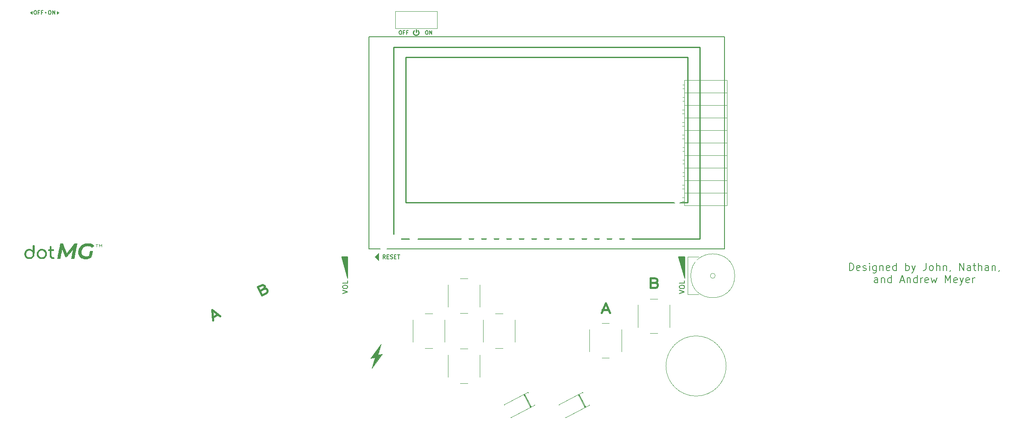
<source format=gbr>
G04 #@! TF.GenerationSoftware,KiCad,Pcbnew,(5.1.9-0-10_14)*
G04 #@! TF.CreationDate,2021-07-12T01:18:58-07:00*
G04 #@! TF.ProjectId,system,73797374-656d-42e6-9b69-6361645f7063,1.0-dev6*
G04 #@! TF.SameCoordinates,Original*
G04 #@! TF.FileFunction,Legend,Top*
G04 #@! TF.FilePolarity,Positive*
%FSLAX46Y46*%
G04 Gerber Fmt 4.6, Leading zero omitted, Abs format (unit mm)*
G04 Created by KiCad (PCBNEW (5.1.9-0-10_14)) date 2021-07-12 01:18:58*
%MOMM*%
%LPD*%
G01*
G04 APERTURE LIST*
%ADD10C,0.381000*%
%ADD11C,0.203200*%
%ADD12C,0.250000*%
%ADD13C,0.100000*%
%ADD14C,0.177800*%
%ADD15C,0.254000*%
%ADD16C,0.010000*%
%ADD17C,0.120000*%
%ADD18C,0.150000*%
%ADD19C,0.114300*%
%ADD20C,0.300000*%
%ADD21O,1.801600X1.801600*%
%ADD22C,1.801600*%
%ADD23C,1.851600*%
%ADD24C,2.101600*%
%ADD25C,3.851600*%
%ADD26C,1.401600*%
%ADD27C,0.609600*%
%ADD28C,5.501599*%
%ADD29C,5.501600*%
%ADD30C,1.701600*%
%ADD31O,1.701600X1.701600*%
%ADD32C,1.625600*%
%ADD33C,2.201600*%
G04 APERTURE END LIST*
D10*
X161562428Y-123307928D02*
X161925285Y-123398642D01*
X162046238Y-123489357D01*
X162167190Y-123670785D01*
X162167190Y-123942928D01*
X162046238Y-124124357D01*
X161925285Y-124215071D01*
X161683380Y-124305785D01*
X160715761Y-124305785D01*
X160715761Y-122400785D01*
X161562428Y-122400785D01*
X161804333Y-122491500D01*
X161925285Y-122582214D01*
X162046238Y-122763642D01*
X162046238Y-122945071D01*
X161925285Y-123126500D01*
X161804333Y-123217214D01*
X161562428Y-123307928D01*
X160715761Y-123307928D01*
X150997238Y-128841500D02*
X152206761Y-128841500D01*
X150755333Y-129385785D02*
X151602000Y-127480785D01*
X152448666Y-129385785D01*
D11*
X200959357Y-120856828D02*
X200959357Y-119332828D01*
X201322214Y-119332828D01*
X201539928Y-119405400D01*
X201685071Y-119550542D01*
X201757642Y-119695685D01*
X201830214Y-119985971D01*
X201830214Y-120203685D01*
X201757642Y-120493971D01*
X201685071Y-120639114D01*
X201539928Y-120784257D01*
X201322214Y-120856828D01*
X200959357Y-120856828D01*
X203063928Y-120784257D02*
X202918785Y-120856828D01*
X202628500Y-120856828D01*
X202483357Y-120784257D01*
X202410785Y-120639114D01*
X202410785Y-120058542D01*
X202483357Y-119913400D01*
X202628500Y-119840828D01*
X202918785Y-119840828D01*
X203063928Y-119913400D01*
X203136500Y-120058542D01*
X203136500Y-120203685D01*
X202410785Y-120348828D01*
X203717071Y-120784257D02*
X203862214Y-120856828D01*
X204152500Y-120856828D01*
X204297642Y-120784257D01*
X204370214Y-120639114D01*
X204370214Y-120566542D01*
X204297642Y-120421400D01*
X204152500Y-120348828D01*
X203934785Y-120348828D01*
X203789642Y-120276257D01*
X203717071Y-120131114D01*
X203717071Y-120058542D01*
X203789642Y-119913400D01*
X203934785Y-119840828D01*
X204152500Y-119840828D01*
X204297642Y-119913400D01*
X205023357Y-120856828D02*
X205023357Y-119840828D01*
X205023357Y-119332828D02*
X204950785Y-119405400D01*
X205023357Y-119477971D01*
X205095928Y-119405400D01*
X205023357Y-119332828D01*
X205023357Y-119477971D01*
X206402214Y-119840828D02*
X206402214Y-121074542D01*
X206329642Y-121219685D01*
X206257071Y-121292257D01*
X206111928Y-121364828D01*
X205894214Y-121364828D01*
X205749071Y-121292257D01*
X206402214Y-120784257D02*
X206257071Y-120856828D01*
X205966785Y-120856828D01*
X205821642Y-120784257D01*
X205749071Y-120711685D01*
X205676500Y-120566542D01*
X205676500Y-120131114D01*
X205749071Y-119985971D01*
X205821642Y-119913400D01*
X205966785Y-119840828D01*
X206257071Y-119840828D01*
X206402214Y-119913400D01*
X207127928Y-119840828D02*
X207127928Y-120856828D01*
X207127928Y-119985971D02*
X207200500Y-119913400D01*
X207345642Y-119840828D01*
X207563357Y-119840828D01*
X207708500Y-119913400D01*
X207781071Y-120058542D01*
X207781071Y-120856828D01*
X209087357Y-120784257D02*
X208942214Y-120856828D01*
X208651928Y-120856828D01*
X208506785Y-120784257D01*
X208434214Y-120639114D01*
X208434214Y-120058542D01*
X208506785Y-119913400D01*
X208651928Y-119840828D01*
X208942214Y-119840828D01*
X209087357Y-119913400D01*
X209159928Y-120058542D01*
X209159928Y-120203685D01*
X208434214Y-120348828D01*
X210466214Y-120856828D02*
X210466214Y-119332828D01*
X210466214Y-120784257D02*
X210321071Y-120856828D01*
X210030785Y-120856828D01*
X209885642Y-120784257D01*
X209813071Y-120711685D01*
X209740500Y-120566542D01*
X209740500Y-120131114D01*
X209813071Y-119985971D01*
X209885642Y-119913400D01*
X210030785Y-119840828D01*
X210321071Y-119840828D01*
X210466214Y-119913400D01*
X212353071Y-120856828D02*
X212353071Y-119332828D01*
X212353071Y-119913400D02*
X212498214Y-119840828D01*
X212788500Y-119840828D01*
X212933642Y-119913400D01*
X213006214Y-119985971D01*
X213078785Y-120131114D01*
X213078785Y-120566542D01*
X213006214Y-120711685D01*
X212933642Y-120784257D01*
X212788500Y-120856828D01*
X212498214Y-120856828D01*
X212353071Y-120784257D01*
X213586785Y-119840828D02*
X213949642Y-120856828D01*
X214312500Y-119840828D02*
X213949642Y-120856828D01*
X213804500Y-121219685D01*
X213731928Y-121292257D01*
X213586785Y-121364828D01*
X216489642Y-119332828D02*
X216489642Y-120421400D01*
X216417071Y-120639114D01*
X216271928Y-120784257D01*
X216054214Y-120856828D01*
X215909071Y-120856828D01*
X217433071Y-120856828D02*
X217287928Y-120784257D01*
X217215357Y-120711685D01*
X217142785Y-120566542D01*
X217142785Y-120131114D01*
X217215357Y-119985971D01*
X217287928Y-119913400D01*
X217433071Y-119840828D01*
X217650785Y-119840828D01*
X217795928Y-119913400D01*
X217868500Y-119985971D01*
X217941071Y-120131114D01*
X217941071Y-120566542D01*
X217868500Y-120711685D01*
X217795928Y-120784257D01*
X217650785Y-120856828D01*
X217433071Y-120856828D01*
X218594214Y-120856828D02*
X218594214Y-119332828D01*
X219247357Y-120856828D02*
X219247357Y-120058542D01*
X219174785Y-119913400D01*
X219029642Y-119840828D01*
X218811928Y-119840828D01*
X218666785Y-119913400D01*
X218594214Y-119985971D01*
X219973071Y-119840828D02*
X219973071Y-120856828D01*
X219973071Y-119985971D02*
X220045642Y-119913400D01*
X220190785Y-119840828D01*
X220408500Y-119840828D01*
X220553642Y-119913400D01*
X220626214Y-120058542D01*
X220626214Y-120856828D01*
X221424500Y-120784257D02*
X221424500Y-120856828D01*
X221351928Y-121001971D01*
X221279357Y-121074542D01*
X223238785Y-120856828D02*
X223238785Y-119332828D01*
X224109642Y-120856828D01*
X224109642Y-119332828D01*
X225488500Y-120856828D02*
X225488500Y-120058542D01*
X225415928Y-119913400D01*
X225270785Y-119840828D01*
X224980500Y-119840828D01*
X224835357Y-119913400D01*
X225488500Y-120784257D02*
X225343357Y-120856828D01*
X224980500Y-120856828D01*
X224835357Y-120784257D01*
X224762785Y-120639114D01*
X224762785Y-120493971D01*
X224835357Y-120348828D01*
X224980500Y-120276257D01*
X225343357Y-120276257D01*
X225488500Y-120203685D01*
X225996500Y-119840828D02*
X226577071Y-119840828D01*
X226214214Y-119332828D02*
X226214214Y-120639114D01*
X226286785Y-120784257D01*
X226431928Y-120856828D01*
X226577071Y-120856828D01*
X227085071Y-120856828D02*
X227085071Y-119332828D01*
X227738214Y-120856828D02*
X227738214Y-120058542D01*
X227665642Y-119913400D01*
X227520500Y-119840828D01*
X227302785Y-119840828D01*
X227157642Y-119913400D01*
X227085071Y-119985971D01*
X229117071Y-120856828D02*
X229117071Y-120058542D01*
X229044500Y-119913400D01*
X228899357Y-119840828D01*
X228609071Y-119840828D01*
X228463928Y-119913400D01*
X229117071Y-120784257D02*
X228971928Y-120856828D01*
X228609071Y-120856828D01*
X228463928Y-120784257D01*
X228391357Y-120639114D01*
X228391357Y-120493971D01*
X228463928Y-120348828D01*
X228609071Y-120276257D01*
X228971928Y-120276257D01*
X229117071Y-120203685D01*
X229842785Y-119840828D02*
X229842785Y-120856828D01*
X229842785Y-119985971D02*
X229915357Y-119913400D01*
X230060500Y-119840828D01*
X230278214Y-119840828D01*
X230423357Y-119913400D01*
X230495928Y-120058542D01*
X230495928Y-120856828D01*
X231294214Y-120784257D02*
X231294214Y-120856828D01*
X231221642Y-121001971D01*
X231149071Y-121074542D01*
X206692500Y-123346028D02*
X206692500Y-122547742D01*
X206619928Y-122402600D01*
X206474785Y-122330028D01*
X206184500Y-122330028D01*
X206039357Y-122402600D01*
X206692500Y-123273457D02*
X206547357Y-123346028D01*
X206184500Y-123346028D01*
X206039357Y-123273457D01*
X205966785Y-123128314D01*
X205966785Y-122983171D01*
X206039357Y-122838028D01*
X206184500Y-122765457D01*
X206547357Y-122765457D01*
X206692500Y-122692885D01*
X207418214Y-122330028D02*
X207418214Y-123346028D01*
X207418214Y-122475171D02*
X207490785Y-122402600D01*
X207635928Y-122330028D01*
X207853642Y-122330028D01*
X207998785Y-122402600D01*
X208071357Y-122547742D01*
X208071357Y-123346028D01*
X209450214Y-123346028D02*
X209450214Y-121822028D01*
X209450214Y-123273457D02*
X209305071Y-123346028D01*
X209014785Y-123346028D01*
X208869642Y-123273457D01*
X208797071Y-123200885D01*
X208724500Y-123055742D01*
X208724500Y-122620314D01*
X208797071Y-122475171D01*
X208869642Y-122402600D01*
X209014785Y-122330028D01*
X209305071Y-122330028D01*
X209450214Y-122402600D01*
X211264500Y-122910600D02*
X211990214Y-122910600D01*
X211119357Y-123346028D02*
X211627357Y-121822028D01*
X212135357Y-123346028D01*
X212643357Y-122330028D02*
X212643357Y-123346028D01*
X212643357Y-122475171D02*
X212715928Y-122402600D01*
X212861071Y-122330028D01*
X213078785Y-122330028D01*
X213223928Y-122402600D01*
X213296500Y-122547742D01*
X213296500Y-123346028D01*
X214675357Y-123346028D02*
X214675357Y-121822028D01*
X214675357Y-123273457D02*
X214530214Y-123346028D01*
X214239928Y-123346028D01*
X214094785Y-123273457D01*
X214022214Y-123200885D01*
X213949642Y-123055742D01*
X213949642Y-122620314D01*
X214022214Y-122475171D01*
X214094785Y-122402600D01*
X214239928Y-122330028D01*
X214530214Y-122330028D01*
X214675357Y-122402600D01*
X215401071Y-123346028D02*
X215401071Y-122330028D01*
X215401071Y-122620314D02*
X215473642Y-122475171D01*
X215546214Y-122402600D01*
X215691357Y-122330028D01*
X215836500Y-122330028D01*
X216925071Y-123273457D02*
X216779928Y-123346028D01*
X216489642Y-123346028D01*
X216344500Y-123273457D01*
X216271928Y-123128314D01*
X216271928Y-122547742D01*
X216344500Y-122402600D01*
X216489642Y-122330028D01*
X216779928Y-122330028D01*
X216925071Y-122402600D01*
X216997642Y-122547742D01*
X216997642Y-122692885D01*
X216271928Y-122838028D01*
X217505642Y-122330028D02*
X217795928Y-123346028D01*
X218086214Y-122620314D01*
X218376500Y-123346028D01*
X218666785Y-122330028D01*
X220408500Y-123346028D02*
X220408500Y-121822028D01*
X220916500Y-122910600D01*
X221424500Y-121822028D01*
X221424500Y-123346028D01*
X222730785Y-123273457D02*
X222585642Y-123346028D01*
X222295357Y-123346028D01*
X222150214Y-123273457D01*
X222077642Y-123128314D01*
X222077642Y-122547742D01*
X222150214Y-122402600D01*
X222295357Y-122330028D01*
X222585642Y-122330028D01*
X222730785Y-122402600D01*
X222803357Y-122547742D01*
X222803357Y-122692885D01*
X222077642Y-122838028D01*
X223311357Y-122330028D02*
X223674214Y-123346028D01*
X224037071Y-122330028D02*
X223674214Y-123346028D01*
X223529071Y-123708885D01*
X223456500Y-123781457D01*
X223311357Y-123854028D01*
X225198214Y-123273457D02*
X225053071Y-123346028D01*
X224762785Y-123346028D01*
X224617642Y-123273457D01*
X224545071Y-123128314D01*
X224545071Y-122547742D01*
X224617642Y-122402600D01*
X224762785Y-122330028D01*
X225053071Y-122330028D01*
X225198214Y-122402600D01*
X225270785Y-122547742D01*
X225270785Y-122692885D01*
X224545071Y-122838028D01*
X225923928Y-123346028D02*
X225923928Y-122330028D01*
X225923928Y-122620314D02*
X225996500Y-122475171D01*
X226069071Y-122402600D01*
X226214214Y-122330028D01*
X226359357Y-122330028D01*
D12*
X38354000Y-68580000D02*
G75*
G03*
X38354000Y-68580000I-63500J0D01*
G01*
D13*
G36*
X40957500Y-68580000D02*
G01*
X40513000Y-68897500D01*
X40513000Y-68262500D01*
X40957500Y-68580000D01*
G37*
X40957500Y-68580000D02*
X40513000Y-68897500D01*
X40513000Y-68262500D01*
X40957500Y-68580000D01*
G36*
X35560000Y-68897500D02*
G01*
X35115500Y-68580000D01*
X35560000Y-68262500D01*
X35560000Y-68897500D01*
G37*
X35560000Y-68897500D02*
X35115500Y-68580000D01*
X35560000Y-68262500D01*
X35560000Y-68897500D01*
D14*
X115352285Y-72226714D02*
X115497428Y-72226714D01*
X115570000Y-72263000D01*
X115642571Y-72335571D01*
X115678857Y-72480714D01*
X115678857Y-72734714D01*
X115642571Y-72879857D01*
X115570000Y-72952428D01*
X115497428Y-72988714D01*
X115352285Y-72988714D01*
X115279714Y-72952428D01*
X115207142Y-72879857D01*
X115170857Y-72734714D01*
X115170857Y-72480714D01*
X115207142Y-72335571D01*
X115279714Y-72263000D01*
X115352285Y-72226714D01*
X116005428Y-72988714D02*
X116005428Y-72226714D01*
X116440857Y-72988714D01*
X116440857Y-72226714D01*
X39025285Y-68162714D02*
X39170428Y-68162714D01*
X39243000Y-68199000D01*
X39315571Y-68271571D01*
X39351857Y-68416714D01*
X39351857Y-68670714D01*
X39315571Y-68815857D01*
X39243000Y-68888428D01*
X39170428Y-68924714D01*
X39025285Y-68924714D01*
X38952714Y-68888428D01*
X38880142Y-68815857D01*
X38843857Y-68670714D01*
X38843857Y-68416714D01*
X38880142Y-68271571D01*
X38952714Y-68199000D01*
X39025285Y-68162714D01*
X39678428Y-68924714D02*
X39678428Y-68162714D01*
X40113857Y-68924714D01*
X40113857Y-68162714D01*
X36104285Y-68162714D02*
X36249428Y-68162714D01*
X36322000Y-68199000D01*
X36394571Y-68271571D01*
X36430857Y-68416714D01*
X36430857Y-68670714D01*
X36394571Y-68815857D01*
X36322000Y-68888428D01*
X36249428Y-68924714D01*
X36104285Y-68924714D01*
X36031714Y-68888428D01*
X35959142Y-68815857D01*
X35922857Y-68670714D01*
X35922857Y-68416714D01*
X35959142Y-68271571D01*
X36031714Y-68199000D01*
X36104285Y-68162714D01*
X37011428Y-68525571D02*
X36757428Y-68525571D01*
X36757428Y-68924714D02*
X36757428Y-68162714D01*
X37120285Y-68162714D01*
X37664571Y-68525571D02*
X37410571Y-68525571D01*
X37410571Y-68924714D02*
X37410571Y-68162714D01*
X37773428Y-68162714D01*
D13*
G36*
X104267000Y-140716000D02*
G01*
X105029000Y-138049000D01*
X106426000Y-137795000D01*
X104267000Y-140716000D01*
G37*
X104267000Y-140716000D02*
X105029000Y-138049000D01*
X106426000Y-137795000D01*
X104267000Y-140716000D01*
G36*
X105410000Y-138430000D02*
G01*
X104013000Y-138684000D01*
X106172000Y-135763000D01*
X105410000Y-138430000D01*
G37*
X105410000Y-138430000D02*
X104013000Y-138684000D01*
X106172000Y-135763000D01*
X105410000Y-138430000D01*
G36*
X105664000Y-118872000D02*
G01*
X104902000Y-118110000D01*
X105664000Y-117348000D01*
X105664000Y-118872000D01*
G37*
X105664000Y-118872000D02*
X104902000Y-118110000D01*
X105664000Y-117348000D01*
X105664000Y-118872000D01*
D15*
X113284000Y-72034400D02*
X113284000Y-72517000D01*
X112890096Y-72250096D02*
G75*
G03*
X113665000Y-72237600I393904J-393904D01*
G01*
D14*
X110018285Y-72226714D02*
X110163428Y-72226714D01*
X110236000Y-72263000D01*
X110308571Y-72335571D01*
X110344857Y-72480714D01*
X110344857Y-72734714D01*
X110308571Y-72879857D01*
X110236000Y-72952428D01*
X110163428Y-72988714D01*
X110018285Y-72988714D01*
X109945714Y-72952428D01*
X109873142Y-72879857D01*
X109836857Y-72734714D01*
X109836857Y-72480714D01*
X109873142Y-72335571D01*
X109945714Y-72263000D01*
X110018285Y-72226714D01*
X110925428Y-72589571D02*
X110671428Y-72589571D01*
X110671428Y-72988714D02*
X110671428Y-72226714D01*
X111034285Y-72226714D01*
X111578571Y-72589571D02*
X111324571Y-72589571D01*
X111324571Y-72988714D02*
X111324571Y-72226714D01*
X111687428Y-72226714D01*
D16*
G36*
X46995197Y-115336658D02*
G01*
X47185983Y-115360530D01*
X47361748Y-115401130D01*
X47525084Y-115459124D01*
X47678581Y-115535179D01*
X47744352Y-115574971D01*
X47776313Y-115597861D01*
X47817208Y-115630618D01*
X47862902Y-115669492D01*
X47909259Y-115710732D01*
X47952147Y-115750588D01*
X47987428Y-115785309D01*
X48010968Y-115811144D01*
X48018700Y-115823817D01*
X48009463Y-115833928D01*
X47984005Y-115857308D01*
X47945706Y-115891076D01*
X47897947Y-115932346D01*
X47844108Y-115978236D01*
X47787569Y-116025861D01*
X47731711Y-116072338D01*
X47679916Y-116114783D01*
X47640955Y-116146054D01*
X47611138Y-116169658D01*
X47538694Y-116100933D01*
X47457347Y-116029737D01*
X47378831Y-115974963D01*
X47294012Y-115930630D01*
X47250238Y-115912046D01*
X47103581Y-115865586D01*
X46943529Y-115837392D01*
X46774931Y-115828057D01*
X46625941Y-115835650D01*
X46444104Y-115863584D01*
X46278679Y-115909752D01*
X46127378Y-115975204D01*
X45987910Y-116060986D01*
X45857986Y-116168146D01*
X45821243Y-116203899D01*
X45708423Y-116335336D01*
X45616435Y-116480892D01*
X45545630Y-116639660D01*
X45496362Y-116810734D01*
X45468983Y-116993206D01*
X45463034Y-117125750D01*
X45465161Y-117229535D01*
X45473594Y-117315945D01*
X45489932Y-117392567D01*
X45515774Y-117466986D01*
X45551188Y-117543750D01*
X45619106Y-117650975D01*
X45706994Y-117744674D01*
X45812791Y-117823961D01*
X45934434Y-117887952D01*
X46069863Y-117935761D01*
X46217017Y-117966505D01*
X46373834Y-117979296D01*
X46538253Y-117973251D01*
X46548988Y-117972202D01*
X46707868Y-117948791D01*
X46848926Y-117912142D01*
X46955370Y-117871015D01*
X47034038Y-117835597D01*
X47224953Y-116871750D01*
X47494827Y-116868322D01*
X47574532Y-116867747D01*
X47644917Y-116868079D01*
X47702294Y-116869227D01*
X47742971Y-116871108D01*
X47763258Y-116873633D01*
X47764860Y-116874672D01*
X47762453Y-116888700D01*
X47755489Y-116925194D01*
X47744450Y-116981726D01*
X47729817Y-117055868D01*
X47712070Y-117145190D01*
X47691691Y-117247265D01*
X47669162Y-117359663D01*
X47644964Y-117479956D01*
X47641740Y-117495951D01*
X47518461Y-118107453D01*
X47422505Y-118171760D01*
X47249433Y-118273458D01*
X47060865Y-118356718D01*
X46855310Y-118422172D01*
X46799500Y-118436208D01*
X46748516Y-118447633D01*
X46701001Y-118456206D01*
X46651508Y-118462431D01*
X46594590Y-118466812D01*
X46524803Y-118469854D01*
X46436702Y-118472059D01*
X46405801Y-118472635D01*
X46289410Y-118473730D01*
X46195121Y-118472404D01*
X46119736Y-118468543D01*
X46060060Y-118462031D01*
X46045336Y-118459649D01*
X45857702Y-118418299D01*
X45688620Y-118362818D01*
X45534620Y-118291729D01*
X45392229Y-118203553D01*
X45324819Y-118153006D01*
X45201126Y-118038789D01*
X45096853Y-117908373D01*
X45012289Y-117762269D01*
X44947723Y-117600987D01*
X44903443Y-117425035D01*
X44899419Y-117402445D01*
X44888564Y-117309082D01*
X44883925Y-117198967D01*
X44885255Y-117079914D01*
X44892311Y-116959737D01*
X44904846Y-116846248D01*
X44919543Y-116761272D01*
X44976067Y-116552622D01*
X45054450Y-116356124D01*
X45153716Y-116172943D01*
X45272886Y-116004241D01*
X45410983Y-115851183D01*
X45567028Y-115714932D01*
X45740046Y-115596652D01*
X45929057Y-115497506D01*
X46010327Y-115462905D01*
X46169798Y-115407582D01*
X46334232Y-115367575D01*
X46508645Y-115342016D01*
X46698052Y-115330039D01*
X46786800Y-115328849D01*
X46995197Y-115336658D01*
G37*
X46995197Y-115336658D02*
X47185983Y-115360530D01*
X47361748Y-115401130D01*
X47525084Y-115459124D01*
X47678581Y-115535179D01*
X47744352Y-115574971D01*
X47776313Y-115597861D01*
X47817208Y-115630618D01*
X47862902Y-115669492D01*
X47909259Y-115710732D01*
X47952147Y-115750588D01*
X47987428Y-115785309D01*
X48010968Y-115811144D01*
X48018700Y-115823817D01*
X48009463Y-115833928D01*
X47984005Y-115857308D01*
X47945706Y-115891076D01*
X47897947Y-115932346D01*
X47844108Y-115978236D01*
X47787569Y-116025861D01*
X47731711Y-116072338D01*
X47679916Y-116114783D01*
X47640955Y-116146054D01*
X47611138Y-116169658D01*
X47538694Y-116100933D01*
X47457347Y-116029737D01*
X47378831Y-115974963D01*
X47294012Y-115930630D01*
X47250238Y-115912046D01*
X47103581Y-115865586D01*
X46943529Y-115837392D01*
X46774931Y-115828057D01*
X46625941Y-115835650D01*
X46444104Y-115863584D01*
X46278679Y-115909752D01*
X46127378Y-115975204D01*
X45987910Y-116060986D01*
X45857986Y-116168146D01*
X45821243Y-116203899D01*
X45708423Y-116335336D01*
X45616435Y-116480892D01*
X45545630Y-116639660D01*
X45496362Y-116810734D01*
X45468983Y-116993206D01*
X45463034Y-117125750D01*
X45465161Y-117229535D01*
X45473594Y-117315945D01*
X45489932Y-117392567D01*
X45515774Y-117466986D01*
X45551188Y-117543750D01*
X45619106Y-117650975D01*
X45706994Y-117744674D01*
X45812791Y-117823961D01*
X45934434Y-117887952D01*
X46069863Y-117935761D01*
X46217017Y-117966505D01*
X46373834Y-117979296D01*
X46538253Y-117973251D01*
X46548988Y-117972202D01*
X46707868Y-117948791D01*
X46848926Y-117912142D01*
X46955370Y-117871015D01*
X47034038Y-117835597D01*
X47224953Y-116871750D01*
X47494827Y-116868322D01*
X47574532Y-116867747D01*
X47644917Y-116868079D01*
X47702294Y-116869227D01*
X47742971Y-116871108D01*
X47763258Y-116873633D01*
X47764860Y-116874672D01*
X47762453Y-116888700D01*
X47755489Y-116925194D01*
X47744450Y-116981726D01*
X47729817Y-117055868D01*
X47712070Y-117145190D01*
X47691691Y-117247265D01*
X47669162Y-117359663D01*
X47644964Y-117479956D01*
X47641740Y-117495951D01*
X47518461Y-118107453D01*
X47422505Y-118171760D01*
X47249433Y-118273458D01*
X47060865Y-118356718D01*
X46855310Y-118422172D01*
X46799500Y-118436208D01*
X46748516Y-118447633D01*
X46701001Y-118456206D01*
X46651508Y-118462431D01*
X46594590Y-118466812D01*
X46524803Y-118469854D01*
X46436702Y-118472059D01*
X46405801Y-118472635D01*
X46289410Y-118473730D01*
X46195121Y-118472404D01*
X46119736Y-118468543D01*
X46060060Y-118462031D01*
X46045336Y-118459649D01*
X45857702Y-118418299D01*
X45688620Y-118362818D01*
X45534620Y-118291729D01*
X45392229Y-118203553D01*
X45324819Y-118153006D01*
X45201126Y-118038789D01*
X45096853Y-117908373D01*
X45012289Y-117762269D01*
X44947723Y-117600987D01*
X44903443Y-117425035D01*
X44899419Y-117402445D01*
X44888564Y-117309082D01*
X44883925Y-117198967D01*
X44885255Y-117079914D01*
X44892311Y-116959737D01*
X44904846Y-116846248D01*
X44919543Y-116761272D01*
X44976067Y-116552622D01*
X45054450Y-116356124D01*
X45153716Y-116172943D01*
X45272886Y-116004241D01*
X45410983Y-115851183D01*
X45567028Y-115714932D01*
X45740046Y-115596652D01*
X45929057Y-115497506D01*
X46010327Y-115462905D01*
X46169798Y-115407582D01*
X46334232Y-115367575D01*
X46508645Y-115342016D01*
X46698052Y-115330039D01*
X46786800Y-115328849D01*
X46995197Y-115336658D01*
G36*
X35817932Y-115667115D02*
G01*
X35859126Y-115673253D01*
X35890821Y-115693323D01*
X35905383Y-115708337D01*
X35941000Y-115748200D01*
X35941000Y-116667920D01*
X35940930Y-116848463D01*
X35940698Y-117005428D01*
X35940269Y-117140635D01*
X35939609Y-117255903D01*
X35938681Y-117353056D01*
X35937454Y-117433911D01*
X35935890Y-117500292D01*
X35933956Y-117554017D01*
X35931618Y-117596909D01*
X35928840Y-117630787D01*
X35925588Y-117657473D01*
X35921827Y-117678787D01*
X35921766Y-117679075D01*
X35879087Y-117827430D01*
X35815550Y-117962887D01*
X35729578Y-118088461D01*
X35674437Y-118151976D01*
X35559332Y-118257353D01*
X35431576Y-118341115D01*
X35292597Y-118402451D01*
X35179415Y-118433763D01*
X35107737Y-118444218D01*
X35020664Y-118449936D01*
X34927193Y-118450932D01*
X34836320Y-118447221D01*
X34757041Y-118438816D01*
X34725360Y-118433034D01*
X34583464Y-118389345D01*
X34449843Y-118323509D01*
X34327533Y-118238009D01*
X34219567Y-118135328D01*
X34128983Y-118017947D01*
X34058815Y-117888347D01*
X34058553Y-117887750D01*
X34028308Y-117814844D01*
X34006689Y-117751871D01*
X33992319Y-117691585D01*
X33983820Y-117626738D01*
X33979815Y-117550082D01*
X33978915Y-117468650D01*
X33978958Y-117465821D01*
X34239087Y-117465821D01*
X34251565Y-117599379D01*
X34264288Y-117657930D01*
X34309600Y-117788016D01*
X34373867Y-117902622D01*
X34455029Y-118000531D01*
X34551024Y-118080525D01*
X34659790Y-118141386D01*
X34779265Y-118181897D01*
X34907389Y-118200840D01*
X35042100Y-118196999D01*
X35145817Y-118178529D01*
X35262545Y-118137762D01*
X35367872Y-118076274D01*
X35460209Y-117996767D01*
X35537968Y-117901947D01*
X35599562Y-117794517D01*
X35643405Y-117677182D01*
X35667909Y-117552647D01*
X35671486Y-117423617D01*
X35656169Y-117308997D01*
X35616077Y-117175477D01*
X35556691Y-117056874D01*
X35479968Y-116954519D01*
X35387864Y-116869743D01*
X35282338Y-116803877D01*
X35165347Y-116758251D01*
X35038848Y-116734197D01*
X34904800Y-116733046D01*
X34824328Y-116743403D01*
X34698037Y-116778071D01*
X34584041Y-116833346D01*
X34483785Y-116906874D01*
X34398710Y-116996296D01*
X34330260Y-117099259D01*
X34279877Y-117213405D01*
X34249005Y-117336378D01*
X34239087Y-117465821D01*
X33978958Y-117465821D01*
X33980445Y-117367837D01*
X33986139Y-117285229D01*
X33997541Y-117213764D01*
X34016196Y-117146382D01*
X34043646Y-117076022D01*
X34081435Y-116995624D01*
X34083034Y-116992400D01*
X34113827Y-116933794D01*
X34144080Y-116885527D01*
X34179379Y-116840070D01*
X34225312Y-116789898D01*
X34257755Y-116756940D01*
X34371670Y-116656628D01*
X34489999Y-116580341D01*
X34615844Y-116526794D01*
X34752310Y-116494696D01*
X34902499Y-116482762D01*
X34918651Y-116482627D01*
X35019174Y-116484912D01*
X35102678Y-116493152D01*
X35177112Y-116508652D01*
X35250425Y-116532713D01*
X35269088Y-116540049D01*
X35393191Y-116600098D01*
X35502285Y-116675359D01*
X35574818Y-116740620D01*
X35660567Y-116825391D01*
X35664259Y-116289770D01*
X35665221Y-116154543D01*
X35666256Y-116042394D01*
X35667633Y-115951000D01*
X35669628Y-115878043D01*
X35672512Y-115821198D01*
X35676554Y-115778147D01*
X35682030Y-115746567D01*
X35689211Y-115724136D01*
X35698367Y-115708534D01*
X35709772Y-115697439D01*
X35723699Y-115688530D01*
X35735475Y-115682145D01*
X35768393Y-115671722D01*
X35810171Y-115667089D01*
X35817932Y-115667115D01*
G37*
X35817932Y-115667115D02*
X35859126Y-115673253D01*
X35890821Y-115693323D01*
X35905383Y-115708337D01*
X35941000Y-115748200D01*
X35941000Y-116667920D01*
X35940930Y-116848463D01*
X35940698Y-117005428D01*
X35940269Y-117140635D01*
X35939609Y-117255903D01*
X35938681Y-117353056D01*
X35937454Y-117433911D01*
X35935890Y-117500292D01*
X35933956Y-117554017D01*
X35931618Y-117596909D01*
X35928840Y-117630787D01*
X35925588Y-117657473D01*
X35921827Y-117678787D01*
X35921766Y-117679075D01*
X35879087Y-117827430D01*
X35815550Y-117962887D01*
X35729578Y-118088461D01*
X35674437Y-118151976D01*
X35559332Y-118257353D01*
X35431576Y-118341115D01*
X35292597Y-118402451D01*
X35179415Y-118433763D01*
X35107737Y-118444218D01*
X35020664Y-118449936D01*
X34927193Y-118450932D01*
X34836320Y-118447221D01*
X34757041Y-118438816D01*
X34725360Y-118433034D01*
X34583464Y-118389345D01*
X34449843Y-118323509D01*
X34327533Y-118238009D01*
X34219567Y-118135328D01*
X34128983Y-118017947D01*
X34058815Y-117888347D01*
X34058553Y-117887750D01*
X34028308Y-117814844D01*
X34006689Y-117751871D01*
X33992319Y-117691585D01*
X33983820Y-117626738D01*
X33979815Y-117550082D01*
X33978915Y-117468650D01*
X33978958Y-117465821D01*
X34239087Y-117465821D01*
X34251565Y-117599379D01*
X34264288Y-117657930D01*
X34309600Y-117788016D01*
X34373867Y-117902622D01*
X34455029Y-118000531D01*
X34551024Y-118080525D01*
X34659790Y-118141386D01*
X34779265Y-118181897D01*
X34907389Y-118200840D01*
X35042100Y-118196999D01*
X35145817Y-118178529D01*
X35262545Y-118137762D01*
X35367872Y-118076274D01*
X35460209Y-117996767D01*
X35537968Y-117901947D01*
X35599562Y-117794517D01*
X35643405Y-117677182D01*
X35667909Y-117552647D01*
X35671486Y-117423617D01*
X35656169Y-117308997D01*
X35616077Y-117175477D01*
X35556691Y-117056874D01*
X35479968Y-116954519D01*
X35387864Y-116869743D01*
X35282338Y-116803877D01*
X35165347Y-116758251D01*
X35038848Y-116734197D01*
X34904800Y-116733046D01*
X34824328Y-116743403D01*
X34698037Y-116778071D01*
X34584041Y-116833346D01*
X34483785Y-116906874D01*
X34398710Y-116996296D01*
X34330260Y-117099259D01*
X34279877Y-117213405D01*
X34249005Y-117336378D01*
X34239087Y-117465821D01*
X33978958Y-117465821D01*
X33980445Y-117367837D01*
X33986139Y-117285229D01*
X33997541Y-117213764D01*
X34016196Y-117146382D01*
X34043646Y-117076022D01*
X34081435Y-116995624D01*
X34083034Y-116992400D01*
X34113827Y-116933794D01*
X34144080Y-116885527D01*
X34179379Y-116840070D01*
X34225312Y-116789898D01*
X34257755Y-116756940D01*
X34371670Y-116656628D01*
X34489999Y-116580341D01*
X34615844Y-116526794D01*
X34752310Y-116494696D01*
X34902499Y-116482762D01*
X34918651Y-116482627D01*
X35019174Y-116484912D01*
X35102678Y-116493152D01*
X35177112Y-116508652D01*
X35250425Y-116532713D01*
X35269088Y-116540049D01*
X35393191Y-116600098D01*
X35502285Y-116675359D01*
X35574818Y-116740620D01*
X35660567Y-116825391D01*
X35664259Y-116289770D01*
X35665221Y-116154543D01*
X35666256Y-116042394D01*
X35667633Y-115951000D01*
X35669628Y-115878043D01*
X35672512Y-115821198D01*
X35676554Y-115778147D01*
X35682030Y-115746567D01*
X35689211Y-115724136D01*
X35698367Y-115708534D01*
X35709772Y-115697439D01*
X35723699Y-115688530D01*
X35735475Y-115682145D01*
X35768393Y-115671722D01*
X35810171Y-115667089D01*
X35817932Y-115667115D01*
G36*
X37634433Y-116492929D02*
G01*
X37786497Y-116526603D01*
X37926888Y-116582027D01*
X38054345Y-116658425D01*
X38167608Y-116755026D01*
X38265414Y-116871055D01*
X38346504Y-117005737D01*
X38355548Y-117024150D01*
X38391859Y-117105236D01*
X38417731Y-117178101D01*
X38434751Y-117250292D01*
X38444504Y-117329359D01*
X38448579Y-117422847D01*
X38448980Y-117468650D01*
X38447151Y-117569328D01*
X38440361Y-117652539D01*
X38427162Y-117725970D01*
X38406104Y-117797309D01*
X38375742Y-117874244D01*
X38370222Y-117886908D01*
X38297373Y-118021720D01*
X38205022Y-118141482D01*
X38095274Y-118244497D01*
X37970235Y-118329071D01*
X37832009Y-118393507D01*
X37690616Y-118434477D01*
X37631890Y-118443055D01*
X37556913Y-118448610D01*
X37474023Y-118451050D01*
X37391557Y-118450287D01*
X37317853Y-118446230D01*
X37262755Y-118439091D01*
X37115044Y-118397763D01*
X36977110Y-118334647D01*
X36851447Y-118251722D01*
X36740549Y-118150965D01*
X36646912Y-118034356D01*
X36573029Y-117903871D01*
X36564931Y-117885820D01*
X36522382Y-117766933D01*
X36496439Y-117641337D01*
X36485849Y-117502475D01*
X36485454Y-117468650D01*
X36486089Y-117455945D01*
X36754686Y-117455945D01*
X36757942Y-117555348D01*
X36769907Y-117644947D01*
X36774306Y-117664689D01*
X36816369Y-117785423D01*
X36879765Y-117898255D01*
X36961151Y-117998433D01*
X37057189Y-118081202D01*
X37076313Y-118094239D01*
X37187486Y-118152126D01*
X37309785Y-118188497D01*
X37440152Y-118202906D01*
X37575530Y-118194908D01*
X37658354Y-118179057D01*
X37777025Y-118137670D01*
X37885275Y-118074624D01*
X37980579Y-117992403D01*
X38060408Y-117893489D01*
X38122235Y-117780366D01*
X38154075Y-117691903D01*
X38169696Y-117614516D01*
X38177994Y-117522540D01*
X38178862Y-117425737D01*
X38172189Y-117333871D01*
X38158924Y-117260679D01*
X38114391Y-117137446D01*
X38049277Y-117025667D01*
X37966123Y-116928036D01*
X37867471Y-116847248D01*
X37755861Y-116785998D01*
X37687777Y-116760970D01*
X37589018Y-116740000D01*
X37479712Y-116732208D01*
X37370047Y-116737604D01*
X37270212Y-116756198D01*
X37255450Y-116760516D01*
X37131565Y-116811793D01*
X37021827Y-116883301D01*
X36928133Y-116973021D01*
X36852380Y-117078932D01*
X36796469Y-117199014D01*
X36774306Y-117272611D01*
X36760142Y-117357959D01*
X36754686Y-117455945D01*
X36486089Y-117455945D01*
X36492941Y-117319039D01*
X36516653Y-117185220D01*
X36557907Y-117062422D01*
X36618019Y-116945873D01*
X36638503Y-116913567D01*
X36735198Y-116788096D01*
X36845620Y-116683970D01*
X36969584Y-116601287D01*
X37106904Y-116540144D01*
X37257395Y-116500636D01*
X37420871Y-116482859D01*
X37471957Y-116481779D01*
X37634433Y-116492929D01*
G37*
X37634433Y-116492929D02*
X37786497Y-116526603D01*
X37926888Y-116582027D01*
X38054345Y-116658425D01*
X38167608Y-116755026D01*
X38265414Y-116871055D01*
X38346504Y-117005737D01*
X38355548Y-117024150D01*
X38391859Y-117105236D01*
X38417731Y-117178101D01*
X38434751Y-117250292D01*
X38444504Y-117329359D01*
X38448579Y-117422847D01*
X38448980Y-117468650D01*
X38447151Y-117569328D01*
X38440361Y-117652539D01*
X38427162Y-117725970D01*
X38406104Y-117797309D01*
X38375742Y-117874244D01*
X38370222Y-117886908D01*
X38297373Y-118021720D01*
X38205022Y-118141482D01*
X38095274Y-118244497D01*
X37970235Y-118329071D01*
X37832009Y-118393507D01*
X37690616Y-118434477D01*
X37631890Y-118443055D01*
X37556913Y-118448610D01*
X37474023Y-118451050D01*
X37391557Y-118450287D01*
X37317853Y-118446230D01*
X37262755Y-118439091D01*
X37115044Y-118397763D01*
X36977110Y-118334647D01*
X36851447Y-118251722D01*
X36740549Y-118150965D01*
X36646912Y-118034356D01*
X36573029Y-117903871D01*
X36564931Y-117885820D01*
X36522382Y-117766933D01*
X36496439Y-117641337D01*
X36485849Y-117502475D01*
X36485454Y-117468650D01*
X36486089Y-117455945D01*
X36754686Y-117455945D01*
X36757942Y-117555348D01*
X36769907Y-117644947D01*
X36774306Y-117664689D01*
X36816369Y-117785423D01*
X36879765Y-117898255D01*
X36961151Y-117998433D01*
X37057189Y-118081202D01*
X37076313Y-118094239D01*
X37187486Y-118152126D01*
X37309785Y-118188497D01*
X37440152Y-118202906D01*
X37575530Y-118194908D01*
X37658354Y-118179057D01*
X37777025Y-118137670D01*
X37885275Y-118074624D01*
X37980579Y-117992403D01*
X38060408Y-117893489D01*
X38122235Y-117780366D01*
X38154075Y-117691903D01*
X38169696Y-117614516D01*
X38177994Y-117522540D01*
X38178862Y-117425737D01*
X38172189Y-117333871D01*
X38158924Y-117260679D01*
X38114391Y-117137446D01*
X38049277Y-117025667D01*
X37966123Y-116928036D01*
X37867471Y-116847248D01*
X37755861Y-116785998D01*
X37687777Y-116760970D01*
X37589018Y-116740000D01*
X37479712Y-116732208D01*
X37370047Y-116737604D01*
X37270212Y-116756198D01*
X37255450Y-116760516D01*
X37131565Y-116811793D01*
X37021827Y-116883301D01*
X36928133Y-116973021D01*
X36852380Y-117078932D01*
X36796469Y-117199014D01*
X36774306Y-117272611D01*
X36760142Y-117357959D01*
X36754686Y-117455945D01*
X36486089Y-117455945D01*
X36492941Y-117319039D01*
X36516653Y-117185220D01*
X36557907Y-117062422D01*
X36618019Y-116945873D01*
X36638503Y-116913567D01*
X36735198Y-116788096D01*
X36845620Y-116683970D01*
X36969584Y-116601287D01*
X37106904Y-116540144D01*
X37257395Y-116500636D01*
X37420871Y-116482859D01*
X37471957Y-116481779D01*
X37634433Y-116492929D01*
G36*
X39272223Y-115886518D02*
G01*
X39316859Y-115909825D01*
X39345160Y-115942166D01*
X39353194Y-115957203D01*
X39359286Y-115974838D01*
X39363702Y-115998604D01*
X39366708Y-116032029D01*
X39368568Y-116078644D01*
X39369549Y-116141977D01*
X39369917Y-116225560D01*
X39369953Y-116271675D01*
X39370001Y-116560600D01*
X39573609Y-116560600D01*
X39672868Y-116561908D01*
X39749566Y-116566585D01*
X39806442Y-116575761D01*
X39846236Y-116590567D01*
X39871687Y-116612131D01*
X39885535Y-116641584D01*
X39890518Y-116680057D01*
X39890700Y-116691383D01*
X39880021Y-116738053D01*
X39857219Y-116768418D01*
X39823736Y-116801900D01*
X39370001Y-116801900D01*
X39370001Y-117296575D01*
X39370197Y-117435568D01*
X39370934Y-117551740D01*
X39372431Y-117647667D01*
X39374909Y-117725926D01*
X39378588Y-117789094D01*
X39383689Y-117839746D01*
X39390431Y-117880460D01*
X39399035Y-117913813D01*
X39409721Y-117942379D01*
X39422709Y-117968738D01*
X39428322Y-117978759D01*
X39485447Y-118054124D01*
X39558366Y-118110086D01*
X39645537Y-118145811D01*
X39745426Y-118160464D01*
X39764067Y-118160800D01*
X39814736Y-118162870D01*
X39860881Y-118168251D01*
X39887968Y-118174450D01*
X39932008Y-118201420D01*
X39959701Y-118241916D01*
X39970836Y-118289847D01*
X39965202Y-118339126D01*
X39942589Y-118383663D01*
X39902788Y-118417367D01*
X39896468Y-118420575D01*
X39854744Y-118432264D01*
X39796004Y-118438264D01*
X39727979Y-118438591D01*
X39658403Y-118433259D01*
X39595009Y-118422282D01*
X39585900Y-118419988D01*
X39465331Y-118375421D01*
X39358545Y-118310111D01*
X39267032Y-118225534D01*
X39192277Y-118123173D01*
X39135769Y-118004506D01*
X39119536Y-117955937D01*
X39114375Y-117935017D01*
X39110031Y-117908174D01*
X39106404Y-117872985D01*
X39103390Y-117827030D01*
X39100890Y-117767885D01*
X39098801Y-117693128D01*
X39097022Y-117600337D01*
X39095452Y-117487090D01*
X39093989Y-117350966D01*
X39093929Y-117344825D01*
X39088684Y-116801900D01*
X38955457Y-116801900D01*
X38897270Y-116800630D01*
X38846553Y-116797205D01*
X38809989Y-116792201D01*
X38796590Y-116788177D01*
X38768472Y-116760815D01*
X38749249Y-116719316D01*
X38743054Y-116674496D01*
X38745812Y-116655387D01*
X38760961Y-116619750D01*
X38786804Y-116594239D01*
X38827015Y-116577248D01*
X38885273Y-116567170D01*
X38958140Y-116562619D01*
X39090600Y-116558288D01*
X39091317Y-116283218D01*
X39092395Y-116173496D01*
X39094961Y-116084735D01*
X39098952Y-116018211D01*
X39104305Y-115975196D01*
X39107192Y-115963700D01*
X39133823Y-115919982D01*
X39174404Y-115892166D01*
X39222638Y-115880821D01*
X39272223Y-115886518D01*
G37*
X39272223Y-115886518D02*
X39316859Y-115909825D01*
X39345160Y-115942166D01*
X39353194Y-115957203D01*
X39359286Y-115974838D01*
X39363702Y-115998604D01*
X39366708Y-116032029D01*
X39368568Y-116078644D01*
X39369549Y-116141977D01*
X39369917Y-116225560D01*
X39369953Y-116271675D01*
X39370001Y-116560600D01*
X39573609Y-116560600D01*
X39672868Y-116561908D01*
X39749566Y-116566585D01*
X39806442Y-116575761D01*
X39846236Y-116590567D01*
X39871687Y-116612131D01*
X39885535Y-116641584D01*
X39890518Y-116680057D01*
X39890700Y-116691383D01*
X39880021Y-116738053D01*
X39857219Y-116768418D01*
X39823736Y-116801900D01*
X39370001Y-116801900D01*
X39370001Y-117296575D01*
X39370197Y-117435568D01*
X39370934Y-117551740D01*
X39372431Y-117647667D01*
X39374909Y-117725926D01*
X39378588Y-117789094D01*
X39383689Y-117839746D01*
X39390431Y-117880460D01*
X39399035Y-117913813D01*
X39409721Y-117942379D01*
X39422709Y-117968738D01*
X39428322Y-117978759D01*
X39485447Y-118054124D01*
X39558366Y-118110086D01*
X39645537Y-118145811D01*
X39745426Y-118160464D01*
X39764067Y-118160800D01*
X39814736Y-118162870D01*
X39860881Y-118168251D01*
X39887968Y-118174450D01*
X39932008Y-118201420D01*
X39959701Y-118241916D01*
X39970836Y-118289847D01*
X39965202Y-118339126D01*
X39942589Y-118383663D01*
X39902788Y-118417367D01*
X39896468Y-118420575D01*
X39854744Y-118432264D01*
X39796004Y-118438264D01*
X39727979Y-118438591D01*
X39658403Y-118433259D01*
X39595009Y-118422282D01*
X39585900Y-118419988D01*
X39465331Y-118375421D01*
X39358545Y-118310111D01*
X39267032Y-118225534D01*
X39192277Y-118123173D01*
X39135769Y-118004506D01*
X39119536Y-117955937D01*
X39114375Y-117935017D01*
X39110031Y-117908174D01*
X39106404Y-117872985D01*
X39103390Y-117827030D01*
X39100890Y-117767885D01*
X39098801Y-117693128D01*
X39097022Y-117600337D01*
X39095452Y-117487090D01*
X39093989Y-117350966D01*
X39093929Y-117344825D01*
X39088684Y-116801900D01*
X38955457Y-116801900D01*
X38897270Y-116800630D01*
X38846553Y-116797205D01*
X38809989Y-116792201D01*
X38796590Y-116788177D01*
X38768472Y-116760815D01*
X38749249Y-116719316D01*
X38743054Y-116674496D01*
X38745812Y-116655387D01*
X38760961Y-116619750D01*
X38786804Y-116594239D01*
X38827015Y-116577248D01*
X38885273Y-116567170D01*
X38958140Y-116562619D01*
X39090600Y-116558288D01*
X39091317Y-116283218D01*
X39092395Y-116173496D01*
X39094961Y-116084735D01*
X39098952Y-116018211D01*
X39104305Y-115975196D01*
X39107192Y-115963700D01*
X39133823Y-115919982D01*
X39174404Y-115892166D01*
X39222638Y-115880821D01*
X39272223Y-115886518D01*
G36*
X41397988Y-115368786D02*
G01*
X41472163Y-115369686D01*
X41472709Y-115369695D01*
X41708518Y-115373150D01*
X42110469Y-116386113D01*
X42171035Y-116538458D01*
X42229032Y-116683779D01*
X42283768Y-116820376D01*
X42334551Y-116946547D01*
X42380689Y-117060590D01*
X42421489Y-117160808D01*
X42456262Y-117245498D01*
X42484316Y-117312961D01*
X42504956Y-117361494D01*
X42517494Y-117389400D01*
X42521180Y-117395763D01*
X42530040Y-117385493D01*
X42553438Y-117356514D01*
X42590319Y-117310171D01*
X42639628Y-117247808D01*
X42700311Y-117170766D01*
X42771312Y-117080391D01*
X42851578Y-116978025D01*
X42940053Y-116865011D01*
X43035684Y-116742693D01*
X43137415Y-116612414D01*
X43244191Y-116475517D01*
X43316443Y-116382799D01*
X44102946Y-115373150D01*
X44354136Y-115369701D01*
X44442841Y-115368800D01*
X44508841Y-115368960D01*
X44554814Y-115370320D01*
X44583437Y-115373019D01*
X44597390Y-115377194D01*
X44599591Y-115382401D01*
X44596423Y-115396679D01*
X44588598Y-115434336D01*
X44576425Y-115493843D01*
X44560212Y-115573669D01*
X44540267Y-115672283D01*
X44516898Y-115788154D01*
X44490413Y-115919753D01*
X44461121Y-116065549D01*
X44429329Y-116224011D01*
X44395345Y-116393609D01*
X44359478Y-116572813D01*
X44322035Y-116760091D01*
X44290220Y-116919375D01*
X43986585Y-118440200D01*
X43716643Y-118440200D01*
X43636946Y-118439773D01*
X43566596Y-118438581D01*
X43509275Y-118436753D01*
X43468668Y-118434419D01*
X43448460Y-118431709D01*
X43446889Y-118430675D01*
X43449335Y-118417013D01*
X43456365Y-118380339D01*
X43467606Y-118322555D01*
X43482680Y-118245559D01*
X43501217Y-118151253D01*
X43522840Y-118041538D01*
X43547177Y-117918312D01*
X43573852Y-117783475D01*
X43602491Y-117638929D01*
X43632721Y-117486574D01*
X43642586Y-117436900D01*
X43673174Y-117282646D01*
X43702207Y-117135724D01*
X43729317Y-116998022D01*
X43754139Y-116871421D01*
X43776306Y-116757808D01*
X43795452Y-116659068D01*
X43811210Y-116577085D01*
X43823214Y-116513743D01*
X43831099Y-116470928D01*
X43834497Y-116450526D01*
X43834575Y-116449035D01*
X43826367Y-116458207D01*
X43803623Y-116485877D01*
X43767511Y-116530580D01*
X43719198Y-116590850D01*
X43659851Y-116665221D01*
X43590636Y-116752226D01*
X43512722Y-116850400D01*
X43427275Y-116958275D01*
X43335461Y-117074387D01*
X43238448Y-117197269D01*
X43184852Y-117265237D01*
X42538650Y-118085054D01*
X42405978Y-118081652D01*
X42273305Y-118078249D01*
X41929728Y-117244079D01*
X41872971Y-117106652D01*
X41818930Y-116976524D01*
X41768389Y-116855536D01*
X41722131Y-116745533D01*
X41680941Y-116648356D01*
X41645602Y-116565848D01*
X41616898Y-116499850D01*
X41595614Y-116452207D01*
X41582534Y-116424759D01*
X41578503Y-116418578D01*
X41575029Y-116431949D01*
X41567016Y-116468361D01*
X41554841Y-116525941D01*
X41538884Y-116602810D01*
X41519522Y-116697093D01*
X41497133Y-116806912D01*
X41472096Y-116930391D01*
X41444787Y-117065654D01*
X41415586Y-117210824D01*
X41384869Y-117364025D01*
X41353017Y-117523380D01*
X41320405Y-117687011D01*
X41287412Y-117853044D01*
X41254417Y-118019601D01*
X41221797Y-118184806D01*
X41189931Y-118346782D01*
X41184682Y-118373525D01*
X41171599Y-118440200D01*
X40899450Y-118440200D01*
X40819398Y-118439770D01*
X40748663Y-118438568D01*
X40690918Y-118436724D01*
X40649835Y-118434369D01*
X40629089Y-118431633D01*
X40627300Y-118430525D01*
X40629745Y-118417082D01*
X40636875Y-118380255D01*
X40648391Y-118321562D01*
X40663990Y-118242524D01*
X40683370Y-118144660D01*
X40706227Y-118029491D01*
X40732261Y-117898536D01*
X40761168Y-117753316D01*
X40792649Y-117595351D01*
X40826398Y-117426159D01*
X40862116Y-117247261D01*
X40899499Y-117060179D01*
X40932101Y-116897150D01*
X40970637Y-116704473D01*
X41007765Y-116518788D01*
X41043181Y-116341605D01*
X41076585Y-116174437D01*
X41107673Y-116018795D01*
X41136146Y-115876193D01*
X41161699Y-115748140D01*
X41184033Y-115636150D01*
X41202846Y-115541735D01*
X41217835Y-115466407D01*
X41228698Y-115411676D01*
X41235135Y-115379056D01*
X41236901Y-115369844D01*
X41248941Y-115368886D01*
X41282433Y-115368388D01*
X41333430Y-115368354D01*
X41397988Y-115368786D01*
G37*
X41397988Y-115368786D02*
X41472163Y-115369686D01*
X41472709Y-115369695D01*
X41708518Y-115373150D01*
X42110469Y-116386113D01*
X42171035Y-116538458D01*
X42229032Y-116683779D01*
X42283768Y-116820376D01*
X42334551Y-116946547D01*
X42380689Y-117060590D01*
X42421489Y-117160808D01*
X42456262Y-117245498D01*
X42484316Y-117312961D01*
X42504956Y-117361494D01*
X42517494Y-117389400D01*
X42521180Y-117395763D01*
X42530040Y-117385493D01*
X42553438Y-117356514D01*
X42590319Y-117310171D01*
X42639628Y-117247808D01*
X42700311Y-117170766D01*
X42771312Y-117080391D01*
X42851578Y-116978025D01*
X42940053Y-116865011D01*
X43035684Y-116742693D01*
X43137415Y-116612414D01*
X43244191Y-116475517D01*
X43316443Y-116382799D01*
X44102946Y-115373150D01*
X44354136Y-115369701D01*
X44442841Y-115368800D01*
X44508841Y-115368960D01*
X44554814Y-115370320D01*
X44583437Y-115373019D01*
X44597390Y-115377194D01*
X44599591Y-115382401D01*
X44596423Y-115396679D01*
X44588598Y-115434336D01*
X44576425Y-115493843D01*
X44560212Y-115573669D01*
X44540267Y-115672283D01*
X44516898Y-115788154D01*
X44490413Y-115919753D01*
X44461121Y-116065549D01*
X44429329Y-116224011D01*
X44395345Y-116393609D01*
X44359478Y-116572813D01*
X44322035Y-116760091D01*
X44290220Y-116919375D01*
X43986585Y-118440200D01*
X43716643Y-118440200D01*
X43636946Y-118439773D01*
X43566596Y-118438581D01*
X43509275Y-118436753D01*
X43468668Y-118434419D01*
X43448460Y-118431709D01*
X43446889Y-118430675D01*
X43449335Y-118417013D01*
X43456365Y-118380339D01*
X43467606Y-118322555D01*
X43482680Y-118245559D01*
X43501217Y-118151253D01*
X43522840Y-118041538D01*
X43547177Y-117918312D01*
X43573852Y-117783475D01*
X43602491Y-117638929D01*
X43632721Y-117486574D01*
X43642586Y-117436900D01*
X43673174Y-117282646D01*
X43702207Y-117135724D01*
X43729317Y-116998022D01*
X43754139Y-116871421D01*
X43776306Y-116757808D01*
X43795452Y-116659068D01*
X43811210Y-116577085D01*
X43823214Y-116513743D01*
X43831099Y-116470928D01*
X43834497Y-116450526D01*
X43834575Y-116449035D01*
X43826367Y-116458207D01*
X43803623Y-116485877D01*
X43767511Y-116530580D01*
X43719198Y-116590850D01*
X43659851Y-116665221D01*
X43590636Y-116752226D01*
X43512722Y-116850400D01*
X43427275Y-116958275D01*
X43335461Y-117074387D01*
X43238448Y-117197269D01*
X43184852Y-117265237D01*
X42538650Y-118085054D01*
X42405978Y-118081652D01*
X42273305Y-118078249D01*
X41929728Y-117244079D01*
X41872971Y-117106652D01*
X41818930Y-116976524D01*
X41768389Y-116855536D01*
X41722131Y-116745533D01*
X41680941Y-116648356D01*
X41645602Y-116565848D01*
X41616898Y-116499850D01*
X41595614Y-116452207D01*
X41582534Y-116424759D01*
X41578503Y-116418578D01*
X41575029Y-116431949D01*
X41567016Y-116468361D01*
X41554841Y-116525941D01*
X41538884Y-116602810D01*
X41519522Y-116697093D01*
X41497133Y-116806912D01*
X41472096Y-116930391D01*
X41444787Y-117065654D01*
X41415586Y-117210824D01*
X41384869Y-117364025D01*
X41353017Y-117523380D01*
X41320405Y-117687011D01*
X41287412Y-117853044D01*
X41254417Y-118019601D01*
X41221797Y-118184806D01*
X41189931Y-118346782D01*
X41184682Y-118373525D01*
X41171599Y-118440200D01*
X40899450Y-118440200D01*
X40819398Y-118439770D01*
X40748663Y-118438568D01*
X40690918Y-118436724D01*
X40649835Y-118434369D01*
X40629089Y-118431633D01*
X40627300Y-118430525D01*
X40629745Y-118417082D01*
X40636875Y-118380255D01*
X40648391Y-118321562D01*
X40663990Y-118242524D01*
X40683370Y-118144660D01*
X40706227Y-118029491D01*
X40732261Y-117898536D01*
X40761168Y-117753316D01*
X40792649Y-117595351D01*
X40826398Y-117426159D01*
X40862116Y-117247261D01*
X40899499Y-117060179D01*
X40932101Y-116897150D01*
X40970637Y-116704473D01*
X41007765Y-116518788D01*
X41043181Y-116341605D01*
X41076585Y-116174437D01*
X41107673Y-116018795D01*
X41136146Y-115876193D01*
X41161699Y-115748140D01*
X41184033Y-115636150D01*
X41202846Y-115541735D01*
X41217835Y-115466407D01*
X41228698Y-115411676D01*
X41235135Y-115379056D01*
X41236901Y-115369844D01*
X41248941Y-115368886D01*
X41282433Y-115368388D01*
X41333430Y-115368354D01*
X41397988Y-115368786D01*
D17*
X176206000Y-84836000D02*
X167576000Y-84836000D01*
X167576000Y-83926000D02*
X167226000Y-83926000D01*
X167576000Y-83206000D02*
X167226000Y-83206000D01*
X167576000Y-100986000D02*
X167226000Y-100986000D01*
X167576000Y-101706000D02*
X167226000Y-101706000D01*
X176206000Y-107696000D02*
X176206000Y-100076000D01*
X167576000Y-106066000D02*
X167166000Y-106066000D01*
X167576000Y-106786000D02*
X167166000Y-106786000D01*
X176206000Y-105156000D02*
X167576000Y-105156000D01*
X176206000Y-102616000D02*
X167576000Y-102616000D01*
X167576000Y-107696000D02*
X167576000Y-100076000D01*
X167576000Y-103526000D02*
X167166000Y-103526000D01*
X167576000Y-104246000D02*
X167166000Y-104246000D01*
X176206000Y-107696000D02*
X167576000Y-107696000D01*
X167576000Y-85746000D02*
X167226000Y-85746000D01*
X167576000Y-86466000D02*
X167226000Y-86466000D01*
X167576000Y-98446000D02*
X167226000Y-98446000D01*
X167576000Y-99166000D02*
X167226000Y-99166000D01*
X176206000Y-82296000D02*
X167576000Y-82296000D01*
X176206000Y-100076000D02*
X167576000Y-100076000D01*
X176206000Y-100076000D02*
X176206000Y-82296000D01*
X176206000Y-87376000D02*
X167576000Y-87376000D01*
X167576000Y-100076000D02*
X167576000Y-82296000D01*
X176206000Y-97536000D02*
X167576000Y-97536000D01*
X176206000Y-89916000D02*
X167576000Y-89916000D01*
X176206000Y-92456000D02*
X167576000Y-92456000D01*
X176206000Y-94996000D02*
X167576000Y-94996000D01*
X167576000Y-88286000D02*
X167166000Y-88286000D01*
X167576000Y-89006000D02*
X167166000Y-89006000D01*
X167576000Y-90826000D02*
X167166000Y-90826000D01*
X167576000Y-91546000D02*
X167166000Y-91546000D01*
X167576000Y-93366000D02*
X167166000Y-93366000D01*
X167576000Y-94086000D02*
X167166000Y-94086000D01*
X167576000Y-95906000D02*
X167226000Y-95906000D01*
X167576000Y-96626000D02*
X167226000Y-96626000D01*
X147610060Y-148508852D02*
X146252519Y-145901040D01*
X147397178Y-148619671D02*
X146039637Y-146011860D01*
X147503619Y-148564262D02*
X146146078Y-145956450D01*
X142119049Y-148052789D02*
X142179076Y-148168100D01*
X146944388Y-145540876D02*
X142119049Y-148052789D01*
X147004415Y-145656187D02*
X146944388Y-145540876D01*
X143476590Y-150660600D02*
X143416562Y-150545289D01*
X148301929Y-148148688D02*
X143476590Y-150660600D01*
X148241901Y-148033377D02*
X148301929Y-148148688D01*
X136589083Y-148508852D02*
X135231542Y-145901040D01*
X136376201Y-148619671D02*
X135018660Y-146011860D01*
X136482642Y-148564262D02*
X135125101Y-145956450D01*
X131098072Y-148052789D02*
X131158099Y-148168100D01*
X135923411Y-145540876D02*
X131098072Y-148052789D01*
X135983438Y-145656187D02*
X135923411Y-145540876D01*
X132455613Y-150660600D02*
X132395585Y-150545289D01*
X137280952Y-148148688D02*
X132455613Y-150660600D01*
X137220924Y-148033377D02*
X137280952Y-148148688D01*
D18*
G36*
X98171000Y-118110000D02*
G01*
X99421000Y-122428000D01*
X99421000Y-118110000D01*
X98171000Y-118110000D01*
G37*
X98171000Y-118110000D02*
X99421000Y-122428000D01*
X99421000Y-118110000D01*
X98171000Y-118110000D01*
D12*
X168200000Y-77596000D02*
X168200000Y-107096000D01*
X111200000Y-77596000D02*
X111200000Y-107096000D01*
X108700000Y-114396000D02*
X170700000Y-114396000D01*
X170700000Y-75596000D02*
X170700000Y-114396000D01*
X108700000Y-75596000D02*
X108700000Y-114396000D01*
X108700000Y-75596000D02*
X170700000Y-75596000D01*
X111200000Y-107096000D02*
X168200000Y-107096000D01*
X111200000Y-77596000D02*
X168200000Y-77596000D01*
D18*
X103700000Y-73496000D02*
X103700000Y-116496000D01*
X175700000Y-73496000D02*
X175700000Y-116496000D01*
X103700000Y-116496000D02*
X175700000Y-116496000D01*
X103700000Y-73496000D02*
X175700000Y-73496000D01*
D17*
X152352000Y-131553000D02*
X150852000Y-131553000D01*
X148352000Y-132803000D02*
X148352000Y-137303000D01*
X150852000Y-138553000D02*
X152352000Y-138553000D01*
X154852000Y-137303000D02*
X154852000Y-132803000D01*
X162131000Y-126600000D02*
X160631000Y-126600000D01*
X158131000Y-127850000D02*
X158131000Y-132350000D01*
X160631000Y-133600000D02*
X162131000Y-133600000D01*
X164631000Y-132350000D02*
X164631000Y-127850000D01*
X123686000Y-122484000D02*
X122186000Y-122484000D01*
X119686000Y-123734000D02*
X119686000Y-128234000D01*
X122186000Y-129484000D02*
X123686000Y-129484000D01*
X126186000Y-128234000D02*
X126186000Y-123734000D01*
X122186000Y-143708000D02*
X123686000Y-143708000D01*
X126186000Y-142458000D02*
X126186000Y-137958000D01*
X123686000Y-136708000D02*
X122186000Y-136708000D01*
X119686000Y-137958000D02*
X119686000Y-142458000D01*
X116574000Y-129596000D02*
X115074000Y-129596000D01*
X112574000Y-130846000D02*
X112574000Y-135346000D01*
X115074000Y-136596000D02*
X116574000Y-136596000D01*
X119074000Y-135346000D02*
X119074000Y-130846000D01*
X129298000Y-136596000D02*
X130798000Y-136596000D01*
X133298000Y-135346000D02*
X133298000Y-130846000D01*
X130798000Y-129596000D02*
X129298000Y-129596000D01*
X126798000Y-130846000D02*
X126798000Y-135346000D01*
D18*
G36*
X166370000Y-118110000D02*
G01*
X167620000Y-122428000D01*
X167620000Y-118110000D01*
X166370000Y-118110000D01*
G37*
X166370000Y-118110000D02*
X167620000Y-122428000D01*
X167620000Y-118110000D01*
X166370000Y-118110000D01*
D17*
X173804000Y-121920000D02*
G75*
G03*
X173804000Y-121920000I-500000J0D01*
G01*
X168224000Y-118110000D02*
X170434000Y-118110000D01*
X177749000Y-121920000D02*
G75*
G03*
X177749000Y-121920000I-4445000J0D01*
G01*
X168224000Y-125730000D02*
X170434000Y-125730000D01*
X168224000Y-125730000D02*
X168224000Y-118110000D01*
X176026000Y-140208000D02*
G75*
G03*
X176026000Y-140208000I-6100000J0D01*
G01*
X109029500Y-71780400D02*
X117538500Y-71780400D01*
X117538500Y-71780400D02*
X117538500Y-68275200D01*
X109029500Y-71780400D02*
X109029500Y-68275200D01*
X109029500Y-68275200D02*
X117538500Y-68275200D01*
D19*
X48406866Y-115573628D02*
X48842295Y-115573628D01*
X48624580Y-116030828D02*
X48624580Y-115573628D01*
X49096295Y-116030828D02*
X49096295Y-115573628D01*
X49350295Y-115900200D01*
X49604295Y-115573628D01*
X49604295Y-116030828D01*
D14*
X98376619Y-125488095D02*
X99392619Y-125149428D01*
X98376619Y-124810761D01*
X98376619Y-124278571D02*
X98376619Y-124085047D01*
X98425000Y-123988285D01*
X98521761Y-123891523D01*
X98715285Y-123843142D01*
X99053952Y-123843142D01*
X99247476Y-123891523D01*
X99344238Y-123988285D01*
X99392619Y-124085047D01*
X99392619Y-124278571D01*
X99344238Y-124375333D01*
X99247476Y-124472095D01*
X99053952Y-124520476D01*
X98715285Y-124520476D01*
X98521761Y-124472095D01*
X98425000Y-124375333D01*
X98376619Y-124278571D01*
X99392619Y-122923904D02*
X99392619Y-123407714D01*
X98376619Y-123407714D01*
D10*
X72067344Y-130322853D02*
X73140205Y-129764357D01*
X72104095Y-130917340D02*
X71975467Y-128836637D01*
X73606100Y-130135446D01*
X82334268Y-124604508D02*
X82698013Y-124517424D01*
X82847186Y-124542039D01*
X83038247Y-124647119D01*
X83163909Y-124888512D01*
X83140397Y-125105291D01*
X83074998Y-125241605D01*
X82902313Y-125433769D01*
X82044024Y-125880566D01*
X81164393Y-124190810D01*
X81915396Y-123799863D01*
X82171855Y-123768628D01*
X82321028Y-123793243D01*
X82512089Y-123898323D01*
X82595863Y-124059252D01*
X82572352Y-124276030D01*
X82506953Y-124412345D01*
X82334268Y-124604508D01*
X81583265Y-124995455D01*
D14*
X166575619Y-125488095D02*
X167591619Y-125149428D01*
X166575619Y-124810761D01*
X166575619Y-124278571D02*
X166575619Y-124085047D01*
X166624000Y-123988285D01*
X166720761Y-123891523D01*
X166914285Y-123843142D01*
X167252952Y-123843142D01*
X167446476Y-123891523D01*
X167543238Y-123988285D01*
X167591619Y-124085047D01*
X167591619Y-124278571D01*
X167543238Y-124375333D01*
X167446476Y-124472095D01*
X167252952Y-124520476D01*
X166914285Y-124520476D01*
X166720761Y-124472095D01*
X166624000Y-124375333D01*
X166575619Y-124278571D01*
X167591619Y-122923904D02*
X167591619Y-123407714D01*
X166575619Y-123407714D01*
D18*
X107042095Y-118471904D02*
X106775428Y-118090952D01*
X106584952Y-118471904D02*
X106584952Y-117671904D01*
X106889714Y-117671904D01*
X106965904Y-117710000D01*
X107004000Y-117748095D01*
X107042095Y-117824285D01*
X107042095Y-117938571D01*
X107004000Y-118014761D01*
X106965904Y-118052857D01*
X106889714Y-118090952D01*
X106584952Y-118090952D01*
X107384952Y-118052857D02*
X107651619Y-118052857D01*
X107765904Y-118471904D02*
X107384952Y-118471904D01*
X107384952Y-117671904D01*
X107765904Y-117671904D01*
X108070666Y-118433809D02*
X108184952Y-118471904D01*
X108375428Y-118471904D01*
X108451619Y-118433809D01*
X108489714Y-118395714D01*
X108527809Y-118319523D01*
X108527809Y-118243333D01*
X108489714Y-118167142D01*
X108451619Y-118129047D01*
X108375428Y-118090952D01*
X108223047Y-118052857D01*
X108146857Y-118014761D01*
X108108761Y-117976666D01*
X108070666Y-117900476D01*
X108070666Y-117824285D01*
X108108761Y-117748095D01*
X108146857Y-117710000D01*
X108223047Y-117671904D01*
X108413523Y-117671904D01*
X108527809Y-117710000D01*
X108870666Y-118052857D02*
X109137333Y-118052857D01*
X109251619Y-118471904D02*
X108870666Y-118471904D01*
X108870666Y-117671904D01*
X109251619Y-117671904D01*
X109480190Y-117671904D02*
X109937333Y-117671904D01*
X109708761Y-118471904D02*
X109708761Y-117671904D01*
%LPC*%
D20*
X77141378Y-138760262D02*
G75*
G02*
X73281622Y-131345738I-1929878J3707262D01*
G01*
X83060622Y-126392738D02*
G75*
G02*
X86920378Y-133807262I1929878J-3707262D01*
G01*
X86920378Y-133807262D02*
X77141378Y-138760262D01*
X83060622Y-126392738D02*
X73281622Y-131345738D01*
D18*
X37395000Y-66865500D02*
X37395000Y-67691000D01*
X36895000Y-66865500D02*
X36895000Y-67691000D01*
X36395000Y-66865500D02*
X36395000Y-67691000D01*
X40513000Y-67691000D02*
G75*
G02*
X40513000Y-69469000I0J-889000D01*
G01*
X35560000Y-69469000D02*
G75*
G02*
X35560000Y-67691000I0J889000D01*
G01*
X35560000Y-67691000D02*
X40513000Y-67691000D01*
X40513000Y-69469000D02*
X35560000Y-69469000D01*
D20*
X93654500Y-66675000D02*
X93654500Y-73660000D01*
X32964500Y-66675000D02*
X32964500Y-73660000D01*
X25400000Y-73660000D02*
X100965000Y-73660000D01*
X53657500Y-133096000D02*
G75*
G03*
X53657500Y-133096000I-7112000J0D01*
G01*
D21*
X107696000Y-132969000D03*
D13*
G36*
X40556078Y-115323943D02*
G01*
X40557053Y-115324039D01*
X40566843Y-115325989D01*
X40567781Y-115326274D01*
X40576946Y-115330071D01*
X40577811Y-115330533D01*
X40586072Y-115336046D01*
X40586830Y-115336667D01*
X40593932Y-115343769D01*
X40594553Y-115344527D01*
X40600066Y-115352788D01*
X40600528Y-115353653D01*
X40604325Y-115362818D01*
X40604610Y-115363756D01*
X40606560Y-115373546D01*
X40606656Y-115374521D01*
X40606900Y-115379499D01*
X40606900Y-116230399D01*
X40606656Y-116235377D01*
X40606560Y-116236352D01*
X40604610Y-116246142D01*
X40604325Y-116247080D01*
X40600528Y-116256245D01*
X40600066Y-116257110D01*
X40594553Y-116265371D01*
X40593932Y-116266129D01*
X40586830Y-116273231D01*
X40586072Y-116273852D01*
X40577811Y-116279365D01*
X40576946Y-116279827D01*
X40567781Y-116283624D01*
X40566843Y-116283909D01*
X40557053Y-116285859D01*
X40556078Y-116285955D01*
X40551100Y-116286199D01*
X39712901Y-116286199D01*
X39707923Y-116285955D01*
X39706948Y-116285859D01*
X39697158Y-116283909D01*
X39696220Y-116283624D01*
X39687055Y-116279827D01*
X39686190Y-116279365D01*
X39677929Y-116273852D01*
X39677171Y-116273231D01*
X39670069Y-116266129D01*
X39669448Y-116265371D01*
X39663935Y-116257110D01*
X39663473Y-116256245D01*
X39659676Y-116247080D01*
X39659391Y-116246142D01*
X39657441Y-116236352D01*
X39657345Y-116235377D01*
X39657101Y-116230399D01*
X39657101Y-115379499D01*
X39657345Y-115374521D01*
X39657441Y-115373546D01*
X39659391Y-115363756D01*
X39659676Y-115362818D01*
X39663473Y-115353653D01*
X39663935Y-115352788D01*
X39669448Y-115344527D01*
X39670069Y-115343769D01*
X39677171Y-115336667D01*
X39677929Y-115336046D01*
X39686190Y-115330533D01*
X39687055Y-115330071D01*
X39696220Y-115326274D01*
X39697158Y-115325989D01*
X39706948Y-115324039D01*
X39707923Y-115323943D01*
X39712901Y-115323699D01*
X40551100Y-115323699D01*
X40556078Y-115323943D01*
G37*
D21*
X166116000Y-86106000D03*
X166116000Y-101346000D03*
X166116000Y-103886000D03*
X166116000Y-106426000D03*
X166116000Y-83566000D03*
D22*
X166116000Y-98806000D03*
D21*
X166116000Y-88646000D03*
X166116000Y-91186000D03*
X166116000Y-93726000D03*
D22*
X166116000Y-96266000D03*
G36*
G01*
X142851749Y-149328620D02*
X142851749Y-149328620D01*
G75*
G02*
X142362357Y-150880772I-1020772J-531380D01*
G01*
X142362357Y-150880772D01*
G75*
G02*
X140810205Y-150391380I-531380J1020772D01*
G01*
X140810205Y-150391380D01*
G75*
G02*
X141299597Y-148839228I1020772J531380D01*
G01*
X141299597Y-148839228D01*
G75*
G02*
X142851749Y-149328620I531380J-1020772D01*
G01*
G37*
G36*
G01*
X149102848Y-144834384D02*
X150118695Y-146785807D01*
G75*
G02*
X150097092Y-146854324I-45060J-23457D01*
G01*
X148145669Y-147870171D01*
G75*
G02*
X148077152Y-147848568I-23457J45060D01*
G01*
X147061305Y-145897145D01*
G75*
G02*
X147082908Y-145828628I45060J23457D01*
G01*
X149034331Y-144812781D01*
G75*
G02*
X149102848Y-144834384I23457J-45060D01*
G01*
G37*
G36*
G01*
X131830772Y-149328620D02*
X131830772Y-149328620D01*
G75*
G02*
X131341380Y-150880772I-1020772J-531380D01*
G01*
X131341380Y-150880772D01*
G75*
G02*
X129789228Y-150391380I-531380J1020772D01*
G01*
X129789228Y-150391380D01*
G75*
G02*
X130278620Y-148839228I1020772J531380D01*
G01*
X130278620Y-148839228D01*
G75*
G02*
X131830772Y-149328620I531380J-1020772D01*
G01*
G37*
G36*
G01*
X138081871Y-144834384D02*
X139097718Y-146785807D01*
G75*
G02*
X139076115Y-146854324I-45060J-23457D01*
G01*
X137124692Y-147870171D01*
G75*
G02*
X137056175Y-147848568I-23457J45060D01*
G01*
X136040328Y-145897145D01*
G75*
G02*
X136061931Y-145828628I45060J23457D01*
G01*
X138013354Y-144812781D01*
G75*
G02*
X138081871Y-144834384I23457J-45060D01*
G01*
G37*
D23*
X156210000Y-109920000D03*
X153670000Y-109920000D03*
X151130000Y-109920000D03*
X148590000Y-109920000D03*
X146050000Y-109920000D03*
X143510000Y-109920000D03*
X140970000Y-109920000D03*
X138430000Y-109920000D03*
X135890000Y-109920000D03*
X133350000Y-109920000D03*
X130810000Y-109920000D03*
X128270000Y-109920000D03*
X125730000Y-109920000D03*
X123190000Y-109920000D03*
X123190000Y-115000000D03*
X125730000Y-115000000D03*
X128270000Y-115000000D03*
X130810000Y-115000000D03*
X133350000Y-115000000D03*
X135890000Y-115000000D03*
X156210000Y-115000000D03*
X153670000Y-115000000D03*
X151130000Y-115000000D03*
X148590000Y-115000000D03*
X146050000Y-115000000D03*
X143510000Y-115000000D03*
X138430000Y-115000000D03*
X140970000Y-115000000D03*
D22*
X106200000Y-102616000D03*
X106200000Y-100076000D03*
X106200000Y-97536000D03*
X106200000Y-94996000D03*
X106200000Y-92456000D03*
X106200000Y-89916000D03*
X106200000Y-87376000D03*
D24*
X153852000Y-138303000D03*
X149352000Y-138303000D03*
X153852000Y-131803000D03*
X149352000Y-131803000D03*
X163631000Y-133350000D03*
X159131000Y-133350000D03*
X163631000Y-126850000D03*
X159131000Y-126850000D03*
X125186000Y-129234000D03*
X120686000Y-129234000D03*
X125186000Y-122734000D03*
X120686000Y-122734000D03*
X120686000Y-136958000D03*
X125186000Y-136958000D03*
X120686000Y-143458000D03*
X125186000Y-143458000D03*
X118074000Y-136346000D03*
X113574000Y-136346000D03*
X118074000Y-129846000D03*
X113574000Y-129846000D03*
X127798000Y-129846000D03*
X132298000Y-129846000D03*
X127798000Y-136346000D03*
X132298000Y-136346000D03*
D25*
X249999500Y-70104000D03*
X232854500Y-151130000D03*
X182181500Y-70104000D03*
X182181500Y-151130000D03*
D26*
X170434000Y-121920000D03*
X170434000Y-124460000D03*
X170434000Y-119380000D03*
D25*
X97218500Y-70104000D03*
X80073500Y-151130000D03*
X29400500Y-70104000D03*
X29400500Y-151130000D03*
D27*
X178911000Y-131318000D03*
X178911000Y-130429000D03*
X178911000Y-132207000D03*
X176879000Y-130429000D03*
X176879000Y-131318000D03*
X176879000Y-132207000D03*
X176879000Y-97028000D03*
X176879000Y-96139000D03*
X176879000Y-95250000D03*
X178911000Y-97028000D03*
X178911000Y-95250000D03*
X178911000Y-96139000D03*
X100489000Y-96139000D03*
X100489000Y-97028000D03*
X100489000Y-95250000D03*
X102521000Y-97028000D03*
X102521000Y-96139000D03*
X102521000Y-95250000D03*
X102521000Y-130429000D03*
X102521000Y-131318000D03*
X102521000Y-132207000D03*
X100489000Y-130429000D03*
X100489000Y-132207000D03*
X100489000Y-131318000D03*
D28*
X105791000Y-151130000D03*
X105791000Y-70104000D03*
X156464000Y-151130000D03*
D29*
X173609000Y-70104000D03*
D23*
X172426000Y-140208000D03*
X167426000Y-140208000D03*
D30*
X112776000Y-114300000D03*
D31*
X112776000Y-121920000D03*
D32*
X110794800Y-70866000D03*
X113284000Y-70866000D03*
X115773200Y-70866000D03*
D33*
X109170000Y-121584000D03*
D23*
X106680000Y-120324000D03*
X106680000Y-115824000D03*
D33*
X109170000Y-114574000D03*
D22*
X114554000Y-145161000D03*
X112014000Y-145161000D03*
X117094000Y-145161000D03*
X109474000Y-145161000D03*
M02*

</source>
